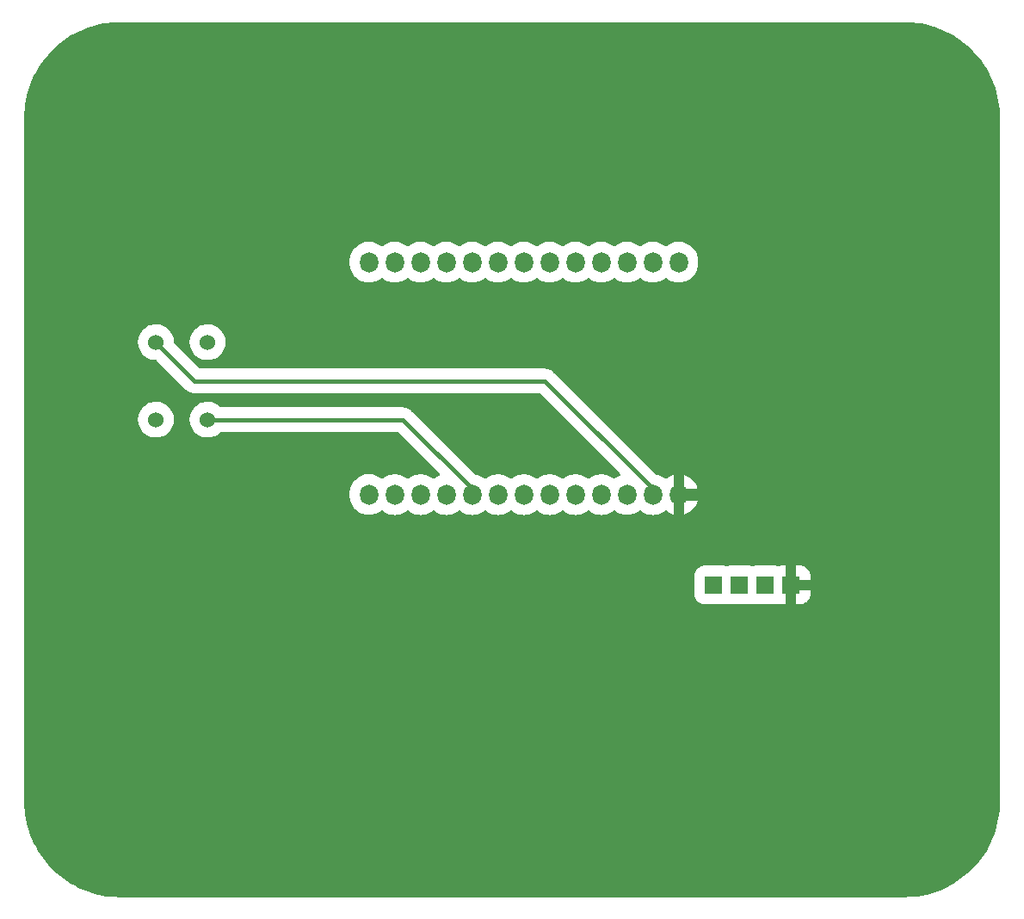
<source format=gtl>
G04 Layer: TopLayer*
G04 EasyEDA v6.5.34, 2023-10-04 09:58:22*
G04 2f879fd4b15e4f869ab7f95f132c22b4,4b518e1cc4d04e0db21987f26a906896,10*
G04 Gerber Generator version 0.2*
G04 Scale: 100 percent, Rotated: No, Reflected: No *
G04 Dimensions in millimeters *
G04 leading zeros omitted , absolute positions ,4 integer and 5 decimal *
%FSLAX45Y45*%
%MOMM*%

%ADD10C,0.4000*%
%ADD11C,1.5240*%
%ADD12O,1.7999964X1.9999959999999999*%
%ADD13R,1.7780X1.7780*%

%LPD*%
G36*
X1981606Y-2018792D02*
G01*
X1938832Y-2017826D01*
X1896770Y-2014982D01*
X1854911Y-2010257D01*
X1813255Y-2003653D01*
X1771954Y-1995170D01*
X1731111Y-1984857D01*
X1690725Y-1972716D01*
X1650949Y-1958797D01*
X1611833Y-1943100D01*
X1573428Y-1925675D01*
X1535887Y-1906524D01*
X1499260Y-1885696D01*
X1463548Y-1863293D01*
X1428902Y-1839264D01*
X1395374Y-1813712D01*
X1363014Y-1786686D01*
X1331925Y-1758238D01*
X1302156Y-1728419D01*
X1273708Y-1697329D01*
X1246682Y-1664970D01*
X1221181Y-1631391D01*
X1197152Y-1596745D01*
X1174750Y-1561033D01*
X1153972Y-1524406D01*
X1134821Y-1486814D01*
X1117396Y-1448460D01*
X1101750Y-1409344D01*
X1087831Y-1369517D01*
X1075690Y-1329182D01*
X1065428Y-1288288D01*
X1056995Y-1246987D01*
X1050391Y-1205331D01*
X1045667Y-1163472D01*
X1042873Y-1121410D01*
X1041908Y-1079093D01*
X1041908Y5651093D01*
X1042873Y5693867D01*
X1045718Y5735929D01*
X1050442Y5777788D01*
X1057046Y5819444D01*
X1065530Y5860745D01*
X1075842Y5901588D01*
X1087983Y5941974D01*
X1101902Y5981750D01*
X1117600Y6020866D01*
X1135024Y6059220D01*
X1154176Y6096762D01*
X1175004Y6133439D01*
X1197406Y6169101D01*
X1221435Y6203746D01*
X1246987Y6237274D01*
X1274013Y6269634D01*
X1302461Y6300774D01*
X1332280Y6330543D01*
X1363370Y6358991D01*
X1395730Y6385966D01*
X1429308Y6411518D01*
X1463954Y6435496D01*
X1499616Y6457950D01*
X1536293Y6478727D01*
X1573885Y6497828D01*
X1612239Y6515252D01*
X1651355Y6530949D01*
X1691182Y6544868D01*
X1731518Y6556959D01*
X1772412Y6567271D01*
X1813712Y6575704D01*
X1855317Y6582308D01*
X1897227Y6586981D01*
X1939289Y6589826D01*
X1981606Y6590792D01*
X9702393Y6590792D01*
X9745167Y6589826D01*
X9787178Y6586981D01*
X9829088Y6582257D01*
X9870694Y6575653D01*
X9911994Y6567170D01*
X9952888Y6556857D01*
X9993274Y6544716D01*
X10033050Y6530797D01*
X10072166Y6515100D01*
X10110520Y6497675D01*
X10148062Y6478524D01*
X10184739Y6457696D01*
X10220401Y6435242D01*
X10255046Y6411264D01*
X10288574Y6385712D01*
X10320934Y6358686D01*
X10352024Y6330238D01*
X10381843Y6300419D01*
X10410291Y6269329D01*
X10437266Y6236919D01*
X10462818Y6203391D01*
X10486796Y6168745D01*
X10509199Y6133033D01*
X10530027Y6096406D01*
X10549128Y6058814D01*
X10566552Y6020460D01*
X10582249Y5981293D01*
X10596168Y5941517D01*
X10608259Y5901131D01*
X10618571Y5860288D01*
X10627004Y5818987D01*
X10633608Y5777331D01*
X10638282Y5735472D01*
X10641126Y5693410D01*
X10642092Y5651093D01*
X10642092Y-1079093D01*
X10641126Y-1121867D01*
X10638282Y-1163929D01*
X10633506Y-1205788D01*
X10626902Y-1247444D01*
X10618470Y-1288745D01*
X10608157Y-1329588D01*
X10596016Y-1369974D01*
X10582097Y-1409750D01*
X10566400Y-1448866D01*
X10548924Y-1487220D01*
X10529773Y-1524812D01*
X10508996Y-1561439D01*
X10486542Y-1597152D01*
X10462514Y-1631797D01*
X10437012Y-1665325D01*
X10409986Y-1697634D01*
X10381538Y-1728774D01*
X10351719Y-1758543D01*
X10320578Y-1786991D01*
X10288219Y-1814017D01*
X10254691Y-1839518D01*
X10220045Y-1863496D01*
X10184333Y-1885950D01*
X10147655Y-1906727D01*
X10110114Y-1925878D01*
X10071709Y-1943303D01*
X10032593Y-1958949D01*
X9992817Y-1972868D01*
X9952431Y-1985010D01*
X9911588Y-1995271D01*
X9870287Y-2003704D01*
X9828631Y-2010308D01*
X9786772Y-2015032D01*
X9744710Y-2017826D01*
X9702393Y-2018792D01*
G37*

%LPC*%
G36*
X8636000Y864666D02*
G01*
X8673744Y864666D01*
X8687206Y865581D01*
X8700109Y868121D01*
X8712555Y872337D01*
X8724341Y878179D01*
X8735263Y885494D01*
X8745169Y894130D01*
X8753805Y904036D01*
X8761120Y914958D01*
X8766962Y926744D01*
X8771178Y939190D01*
X8773718Y952093D01*
X8774633Y965555D01*
X8774633Y1003300D01*
X8636000Y1003300D01*
G37*
G36*
X7734655Y864666D02*
G01*
X7911744Y864666D01*
X7925206Y865581D01*
X7938109Y868121D01*
X7946948Y871118D01*
X7950200Y871677D01*
X7953451Y871118D01*
X7962290Y868121D01*
X7975193Y865581D01*
X7988655Y864666D01*
X8165744Y864666D01*
X8179206Y865581D01*
X8192109Y868121D01*
X8200948Y871118D01*
X8204200Y871677D01*
X8207451Y871118D01*
X8216290Y868121D01*
X8229193Y865581D01*
X8242655Y864666D01*
X8419744Y864666D01*
X8433206Y865581D01*
X8446109Y868121D01*
X8454948Y871118D01*
X8458200Y871677D01*
X8461451Y871118D01*
X8470290Y868121D01*
X8483193Y865581D01*
X8496655Y864666D01*
X8534400Y864666D01*
X8534400Y1003300D01*
X8530793Y1003300D01*
X8526881Y1004062D01*
X8523579Y1006297D01*
X8521395Y1009548D01*
X8520633Y1013460D01*
X8520633Y1094740D01*
X8521395Y1098651D01*
X8523579Y1101902D01*
X8526881Y1104138D01*
X8530793Y1104900D01*
X8534400Y1104900D01*
X8534400Y1243482D01*
X8496655Y1243482D01*
X8483193Y1242618D01*
X8470290Y1240078D01*
X8461451Y1237081D01*
X8458200Y1236522D01*
X8454948Y1237081D01*
X8446109Y1240078D01*
X8433206Y1242618D01*
X8419744Y1243482D01*
X8242655Y1243482D01*
X8229193Y1242618D01*
X8216290Y1240078D01*
X8207451Y1237081D01*
X8204200Y1236522D01*
X8200948Y1237081D01*
X8192109Y1240078D01*
X8179206Y1242618D01*
X8165744Y1243482D01*
X7988655Y1243482D01*
X7975193Y1242618D01*
X7962290Y1240078D01*
X7953451Y1237081D01*
X7950200Y1236522D01*
X7946948Y1237081D01*
X7938109Y1240078D01*
X7925206Y1242618D01*
X7911744Y1243482D01*
X7734655Y1243482D01*
X7721193Y1242618D01*
X7708290Y1240078D01*
X7695844Y1235811D01*
X7684058Y1230020D01*
X7673136Y1222705D01*
X7663230Y1214069D01*
X7654594Y1204163D01*
X7647279Y1193241D01*
X7641488Y1181455D01*
X7637221Y1169009D01*
X7634681Y1156106D01*
X7633817Y1142644D01*
X7633817Y965555D01*
X7634681Y952093D01*
X7637221Y939190D01*
X7641488Y926744D01*
X7647279Y914958D01*
X7654594Y904036D01*
X7663230Y894130D01*
X7673136Y885494D01*
X7684058Y878179D01*
X7695844Y872337D01*
X7708290Y868121D01*
X7721193Y865581D01*
G37*
G36*
X8636000Y1104900D02*
G01*
X8774633Y1104900D01*
X8774633Y1142644D01*
X8773718Y1156106D01*
X8771178Y1169009D01*
X8766962Y1181455D01*
X8761120Y1193241D01*
X8753805Y1204163D01*
X8745169Y1214069D01*
X8735263Y1222705D01*
X8724341Y1230020D01*
X8712555Y1235811D01*
X8700109Y1240078D01*
X8687206Y1242618D01*
X8673744Y1243482D01*
X8636000Y1243482D01*
G37*
G36*
X4686300Y1740712D02*
G01*
X4704994Y1741627D01*
X4723485Y1744370D01*
X4741621Y1748891D01*
X4759198Y1755190D01*
X4776114Y1763217D01*
X4792116Y1772818D01*
X4807254Y1783994D01*
X4811166Y1785772D01*
X4815433Y1785772D01*
X4819345Y1783994D01*
X4834483Y1772818D01*
X4850485Y1763217D01*
X4867402Y1755190D01*
X4884978Y1748891D01*
X4903114Y1744370D01*
X4921605Y1741627D01*
X4940300Y1740712D01*
X4958994Y1741627D01*
X4977485Y1744370D01*
X4995570Y1748891D01*
X5013198Y1755190D01*
X5030114Y1763217D01*
X5046116Y1772818D01*
X5061254Y1783994D01*
X5065166Y1785772D01*
X5069433Y1785772D01*
X5073345Y1783994D01*
X5088483Y1772818D01*
X5104485Y1763217D01*
X5121402Y1755190D01*
X5138978Y1748891D01*
X5157114Y1744370D01*
X5175605Y1741627D01*
X5194300Y1740712D01*
X5212994Y1741627D01*
X5231485Y1744370D01*
X5249570Y1748891D01*
X5267198Y1755190D01*
X5284114Y1763217D01*
X5300116Y1772818D01*
X5315254Y1783994D01*
X5319166Y1785772D01*
X5323433Y1785772D01*
X5327345Y1783994D01*
X5342483Y1772818D01*
X5358485Y1763217D01*
X5375402Y1755190D01*
X5392978Y1748891D01*
X5411114Y1744370D01*
X5429605Y1741627D01*
X5448300Y1740712D01*
X5466994Y1741627D01*
X5485485Y1744370D01*
X5503570Y1748891D01*
X5521198Y1755190D01*
X5538114Y1763217D01*
X5554116Y1772818D01*
X5569254Y1783994D01*
X5573166Y1785772D01*
X5577433Y1785772D01*
X5581345Y1783994D01*
X5596483Y1772818D01*
X5612485Y1763217D01*
X5629402Y1755190D01*
X5646978Y1748891D01*
X5665114Y1744370D01*
X5683605Y1741627D01*
X5702300Y1740712D01*
X5720943Y1741627D01*
X5739434Y1744370D01*
X5757570Y1748891D01*
X5775198Y1755190D01*
X5792114Y1763217D01*
X5808116Y1772818D01*
X5823254Y1783994D01*
X5827166Y1785772D01*
X5831433Y1785772D01*
X5835345Y1783994D01*
X5850483Y1772818D01*
X5866485Y1763217D01*
X5883402Y1755190D01*
X5900978Y1748891D01*
X5919114Y1744370D01*
X5937605Y1741627D01*
X5956300Y1740712D01*
X5974943Y1741627D01*
X5993434Y1744370D01*
X6011570Y1748891D01*
X6029198Y1755190D01*
X6046114Y1763217D01*
X6062116Y1772818D01*
X6077254Y1783994D01*
X6081166Y1785772D01*
X6085433Y1785772D01*
X6089345Y1783994D01*
X6104483Y1772818D01*
X6120485Y1763217D01*
X6137402Y1755190D01*
X6154978Y1748891D01*
X6173114Y1744370D01*
X6191605Y1741627D01*
X6210300Y1740712D01*
X6228943Y1741627D01*
X6247434Y1744370D01*
X6265570Y1748891D01*
X6283198Y1755190D01*
X6300114Y1763217D01*
X6316116Y1772818D01*
X6331254Y1783994D01*
X6335166Y1785772D01*
X6339433Y1785772D01*
X6343345Y1783994D01*
X6358483Y1772818D01*
X6374485Y1763217D01*
X6391402Y1755190D01*
X6408978Y1748891D01*
X6427114Y1744370D01*
X6445605Y1741627D01*
X6464300Y1740712D01*
X6482943Y1741627D01*
X6501434Y1744370D01*
X6519570Y1748891D01*
X6537198Y1755190D01*
X6554114Y1763217D01*
X6570116Y1772818D01*
X6585254Y1783994D01*
X6589166Y1785772D01*
X6593433Y1785772D01*
X6597345Y1783994D01*
X6612483Y1772818D01*
X6628485Y1763217D01*
X6645402Y1755190D01*
X6662978Y1748891D01*
X6681114Y1744370D01*
X6699605Y1741627D01*
X6718300Y1740712D01*
X6736943Y1741627D01*
X6755434Y1744370D01*
X6773570Y1748891D01*
X6791198Y1755190D01*
X6808114Y1763217D01*
X6824116Y1772818D01*
X6839661Y1784400D01*
X6842607Y1786280D01*
X6845960Y1787042D01*
X6849414Y1786585D01*
X6852513Y1785061D01*
X6866483Y1774698D01*
X6882485Y1765096D01*
X6899402Y1757121D01*
X6916978Y1750822D01*
X6935114Y1746250D01*
X6953605Y1743506D01*
X6972300Y1742592D01*
X6990994Y1743506D01*
X7009485Y1746250D01*
X7027570Y1750822D01*
X7045198Y1757121D01*
X7062114Y1765096D01*
X7078116Y1774698D01*
X7092035Y1785061D01*
X7095134Y1786585D01*
X7098588Y1787042D01*
X7101992Y1786280D01*
X7105446Y1783943D01*
X7120483Y1772818D01*
X7136485Y1763217D01*
X7153402Y1755190D01*
X7170978Y1748891D01*
X7189114Y1744370D01*
X7207605Y1741627D01*
X7226300Y1740712D01*
X7244943Y1741627D01*
X7263434Y1744370D01*
X7281570Y1748891D01*
X7299198Y1755190D01*
X7316114Y1763217D01*
X7332116Y1772818D01*
X7347254Y1783994D01*
X7351166Y1785772D01*
X7355433Y1785772D01*
X7359345Y1783994D01*
X7374483Y1772818D01*
X7390485Y1763217D01*
X7407402Y1755190D01*
X7424978Y1748891D01*
X7428941Y1747926D01*
X7428941Y1884832D01*
X7423556Y1884832D01*
X7419289Y1885746D01*
X7415834Y1888388D01*
X7413802Y1892198D01*
X7413498Y1896516D01*
X7415885Y1912518D01*
X7416800Y1931466D01*
X7416800Y1950923D01*
X7415885Y1969871D01*
X7413498Y1985873D01*
X7413802Y1990191D01*
X7415834Y1994001D01*
X7419289Y1996643D01*
X7423556Y1997557D01*
X7428941Y1997557D01*
X7428941Y2134463D01*
X7424978Y2133498D01*
X7407402Y2127199D01*
X7390485Y2119172D01*
X7374483Y2109571D01*
X7359345Y2098395D01*
X7355433Y2096617D01*
X7351166Y2096617D01*
X7347254Y2098395D01*
X7332116Y2109571D01*
X7316114Y2119172D01*
X7299198Y2127199D01*
X7281570Y2133498D01*
X7263434Y2138019D01*
X7259320Y2138629D01*
X7256272Y2139594D01*
X7253630Y2141524D01*
X6249365Y3145790D01*
X6243929Y3150920D01*
X6238341Y3155543D01*
X6232499Y3159861D01*
X6226352Y3163824D01*
X6220002Y3167380D01*
X6213500Y3170580D01*
X6206744Y3173374D01*
X6199886Y3175762D01*
X6192875Y3177692D01*
X6185763Y3179216D01*
X6178550Y3180334D01*
X6171285Y3180994D01*
X6163868Y3181197D01*
X2771902Y3181197D01*
X2768041Y3181959D01*
X2764739Y3184194D01*
X2516378Y3432556D01*
X2514092Y3436061D01*
X2513482Y3441700D01*
X2512568Y3459886D01*
X2509774Y3477818D01*
X2505100Y3495446D01*
X2498699Y3512464D01*
X2490571Y3528720D01*
X2480818Y3544062D01*
X2469540Y3558336D01*
X2456840Y3571392D01*
X2442870Y3583025D01*
X2427782Y3593185D01*
X2411679Y3601720D01*
X2394864Y3608578D01*
X2377389Y3613658D01*
X2359507Y3616909D01*
X2341372Y3618331D01*
X2323185Y3617874D01*
X2305100Y3615537D01*
X2287422Y3611372D01*
X2270252Y3605377D01*
X2253742Y3597656D01*
X2238146Y3588308D01*
X2223617Y3577386D01*
X2210257Y3565042D01*
X2198268Y3551377D01*
X2187702Y3536543D01*
X2178761Y3520694D01*
X2171446Y3504031D01*
X2165908Y3486708D01*
X2162200Y3468878D01*
X2160320Y3450793D01*
X2160320Y3432606D01*
X2162200Y3414522D01*
X2165908Y3396691D01*
X2171446Y3379368D01*
X2178761Y3362706D01*
X2187702Y3346856D01*
X2198268Y3332022D01*
X2210257Y3318357D01*
X2223617Y3306013D01*
X2238146Y3295091D01*
X2253742Y3285744D01*
X2270252Y3278022D01*
X2287422Y3272028D01*
X2305100Y3267862D01*
X2323185Y3265525D01*
X2338984Y3265119D01*
X2342743Y3264306D01*
X2345944Y3262172D01*
X2632456Y2975610D01*
X2637891Y2970479D01*
X2643479Y2965856D01*
X2649321Y2961538D01*
X2655468Y2957576D01*
X2661818Y2954020D01*
X2668320Y2950819D01*
X2675077Y2948025D01*
X2681935Y2945638D01*
X2688945Y2943707D01*
X2696057Y2942183D01*
X2703271Y2941066D01*
X2710535Y2940405D01*
X2717952Y2940202D01*
X6109919Y2940202D01*
X6113780Y2939440D01*
X6117082Y2937205D01*
X6907072Y2147214D01*
X6909308Y2143861D01*
X6910019Y2139848D01*
X6909155Y2135886D01*
X6906768Y2132584D01*
X6903313Y2130501D01*
X6899402Y2129078D01*
X6882485Y2121103D01*
X6866483Y2111502D01*
X6850938Y2099868D01*
X6847992Y2098040D01*
X6844588Y2097278D01*
X6841185Y2097684D01*
X6838035Y2099259D01*
X6824116Y2109571D01*
X6808114Y2119172D01*
X6791198Y2127199D01*
X6773570Y2133498D01*
X6755434Y2138019D01*
X6736943Y2140762D01*
X6718300Y2141677D01*
X6699605Y2140762D01*
X6681114Y2138019D01*
X6662978Y2133498D01*
X6645402Y2127199D01*
X6628485Y2119172D01*
X6612483Y2109571D01*
X6597345Y2098395D01*
X6593433Y2096617D01*
X6589166Y2096617D01*
X6585254Y2098395D01*
X6570116Y2109571D01*
X6554114Y2119172D01*
X6537198Y2127199D01*
X6519570Y2133498D01*
X6501434Y2138019D01*
X6482943Y2140762D01*
X6464300Y2141677D01*
X6445605Y2140762D01*
X6427114Y2138019D01*
X6408978Y2133498D01*
X6391402Y2127199D01*
X6374485Y2119172D01*
X6358483Y2109571D01*
X6343345Y2098395D01*
X6339433Y2096617D01*
X6335166Y2096617D01*
X6331254Y2098395D01*
X6316116Y2109571D01*
X6300114Y2119172D01*
X6283198Y2127199D01*
X6265570Y2133498D01*
X6247434Y2138019D01*
X6228943Y2140762D01*
X6210300Y2141677D01*
X6191605Y2140762D01*
X6173114Y2138019D01*
X6154978Y2133498D01*
X6137402Y2127199D01*
X6120485Y2119172D01*
X6104483Y2109571D01*
X6089345Y2098395D01*
X6085433Y2096617D01*
X6081166Y2096617D01*
X6077254Y2098395D01*
X6062116Y2109571D01*
X6046114Y2119172D01*
X6029198Y2127199D01*
X6011570Y2133498D01*
X5993434Y2138019D01*
X5974943Y2140762D01*
X5956300Y2141677D01*
X5937605Y2140762D01*
X5919114Y2138019D01*
X5900978Y2133498D01*
X5883402Y2127199D01*
X5866485Y2119172D01*
X5850483Y2109571D01*
X5835345Y2098395D01*
X5831433Y2096617D01*
X5827166Y2096617D01*
X5823254Y2098395D01*
X5808116Y2109571D01*
X5792114Y2119172D01*
X5775198Y2127199D01*
X5757570Y2133498D01*
X5739434Y2138019D01*
X5720943Y2140762D01*
X5702300Y2141677D01*
X5683605Y2140762D01*
X5665114Y2138019D01*
X5646978Y2133498D01*
X5629402Y2127199D01*
X5612485Y2119172D01*
X5596483Y2109571D01*
X5581345Y2098395D01*
X5577433Y2096617D01*
X5573166Y2096617D01*
X5569254Y2098395D01*
X5554116Y2109571D01*
X5538114Y2119172D01*
X5521198Y2127199D01*
X5503570Y2133498D01*
X5485485Y2138019D01*
X5479338Y2138934D01*
X5476290Y2139899D01*
X5473649Y2141778D01*
X4850688Y2764790D01*
X4845253Y2769920D01*
X4839665Y2774543D01*
X4833823Y2778861D01*
X4827676Y2782824D01*
X4821326Y2786380D01*
X4814824Y2789580D01*
X4808067Y2792374D01*
X4801209Y2794762D01*
X4794199Y2796692D01*
X4787087Y2798216D01*
X4779873Y2799334D01*
X4772609Y2799994D01*
X4765192Y2800197D01*
X2978048Y2800197D01*
X2974086Y2801010D01*
X2970784Y2803296D01*
X2964840Y2809392D01*
X2950870Y2821025D01*
X2935782Y2831185D01*
X2919679Y2839720D01*
X2902864Y2846578D01*
X2885389Y2851658D01*
X2867507Y2854909D01*
X2849372Y2856331D01*
X2831185Y2855874D01*
X2813100Y2853537D01*
X2795422Y2849372D01*
X2778252Y2843377D01*
X2761742Y2835656D01*
X2746146Y2826308D01*
X2731617Y2815386D01*
X2718257Y2803042D01*
X2706268Y2789377D01*
X2695702Y2774543D01*
X2686761Y2758694D01*
X2679446Y2742031D01*
X2673908Y2724708D01*
X2670200Y2706878D01*
X2668320Y2688793D01*
X2668320Y2670606D01*
X2670200Y2652522D01*
X2673908Y2634691D01*
X2679446Y2617368D01*
X2686761Y2600706D01*
X2695702Y2584856D01*
X2706268Y2570022D01*
X2718257Y2556357D01*
X2731617Y2544013D01*
X2746146Y2533091D01*
X2761742Y2523744D01*
X2778252Y2516022D01*
X2795422Y2510028D01*
X2813100Y2505862D01*
X2831185Y2503525D01*
X2849372Y2503068D01*
X2867507Y2504490D01*
X2885389Y2507742D01*
X2902864Y2512822D01*
X2919679Y2519680D01*
X2935782Y2528214D01*
X2950870Y2538374D01*
X2964840Y2550007D01*
X2970784Y2556103D01*
X2974086Y2558389D01*
X2978048Y2559202D01*
X4711242Y2559202D01*
X4715103Y2558440D01*
X4718405Y2556205D01*
X5129225Y2145385D01*
X5131460Y2141982D01*
X5132222Y2138019D01*
X5131308Y2134057D01*
X5128920Y2130755D01*
X5125466Y2128621D01*
X5121402Y2127199D01*
X5104485Y2119172D01*
X5088483Y2109571D01*
X5073345Y2098395D01*
X5069433Y2096617D01*
X5065166Y2096617D01*
X5061254Y2098395D01*
X5046116Y2109571D01*
X5030114Y2119172D01*
X5013198Y2127199D01*
X4995570Y2133498D01*
X4977485Y2138019D01*
X4958994Y2140762D01*
X4940300Y2141677D01*
X4921605Y2140762D01*
X4903114Y2138019D01*
X4884978Y2133498D01*
X4867402Y2127199D01*
X4850485Y2119172D01*
X4834483Y2109571D01*
X4819345Y2098395D01*
X4815433Y2096617D01*
X4811166Y2096617D01*
X4807254Y2098395D01*
X4792116Y2109571D01*
X4776114Y2119172D01*
X4759198Y2127199D01*
X4741621Y2133498D01*
X4723485Y2138019D01*
X4704994Y2140762D01*
X4686300Y2141677D01*
X4667605Y2140762D01*
X4649114Y2138019D01*
X4630978Y2133498D01*
X4613402Y2127199D01*
X4596485Y2119172D01*
X4580483Y2109571D01*
X4566513Y2099259D01*
X4563414Y2097684D01*
X4560011Y2097278D01*
X4556607Y2098040D01*
X4553153Y2100376D01*
X4538116Y2111502D01*
X4522114Y2121103D01*
X4505198Y2129078D01*
X4487621Y2135378D01*
X4469485Y2139950D01*
X4450994Y2142693D01*
X4432300Y2143607D01*
X4413605Y2142693D01*
X4395114Y2139950D01*
X4376978Y2135378D01*
X4359402Y2129078D01*
X4342485Y2121103D01*
X4326483Y2111502D01*
X4311446Y2100376D01*
X4297578Y2087778D01*
X4285030Y2073960D01*
X4273905Y2058924D01*
X4264304Y2042922D01*
X4256328Y2026005D01*
X4250029Y2008378D01*
X4245457Y1990242D01*
X4242714Y1971751D01*
X4241800Y1952853D01*
X4241800Y1933346D01*
X4242714Y1914448D01*
X4245457Y1895957D01*
X4250029Y1877822D01*
X4256328Y1860194D01*
X4264304Y1843278D01*
X4273905Y1827275D01*
X4285030Y1812239D01*
X4297578Y1798421D01*
X4311446Y1785823D01*
X4326483Y1774698D01*
X4342485Y1765096D01*
X4359402Y1757121D01*
X4376978Y1750822D01*
X4395114Y1746250D01*
X4413605Y1743506D01*
X4432300Y1742592D01*
X4450994Y1743506D01*
X4469485Y1746250D01*
X4487621Y1750822D01*
X4505198Y1757121D01*
X4522114Y1765096D01*
X4538116Y1774698D01*
X4552086Y1785061D01*
X4555185Y1786585D01*
X4558588Y1787042D01*
X4561992Y1786280D01*
X4565446Y1783943D01*
X4580483Y1772818D01*
X4596485Y1763217D01*
X4613402Y1755190D01*
X4630978Y1748891D01*
X4649114Y1744370D01*
X4667605Y1741627D01*
G37*
G36*
X7531658Y1747926D02*
G01*
X7535570Y1748891D01*
X7553198Y1755190D01*
X7570114Y1763217D01*
X7586116Y1772818D01*
X7601153Y1783943D01*
X7614970Y1796491D01*
X7627569Y1810359D01*
X7638694Y1825345D01*
X7648295Y1841398D01*
X7656271Y1858314D01*
X7662570Y1875891D01*
X7664805Y1884832D01*
X7531658Y1884832D01*
G37*
G36*
X7531658Y1997557D02*
G01*
X7664805Y1997557D01*
X7662570Y2006498D01*
X7656271Y2024075D01*
X7648295Y2040991D01*
X7638694Y2057044D01*
X7627569Y2072030D01*
X7614970Y2085898D01*
X7601153Y2098446D01*
X7586116Y2109571D01*
X7570114Y2119172D01*
X7553198Y2127199D01*
X7535570Y2133498D01*
X7531658Y2134463D01*
G37*
G36*
X2341372Y2503068D02*
G01*
X2359507Y2504490D01*
X2377389Y2507742D01*
X2394864Y2512822D01*
X2411679Y2519680D01*
X2427782Y2528214D01*
X2442870Y2538374D01*
X2456840Y2550007D01*
X2469540Y2563063D01*
X2480818Y2577338D01*
X2490571Y2592679D01*
X2498699Y2608935D01*
X2505100Y2625953D01*
X2509774Y2643581D01*
X2512568Y2661513D01*
X2513482Y2679700D01*
X2512568Y2697886D01*
X2509774Y2715818D01*
X2505100Y2733446D01*
X2498699Y2750464D01*
X2490571Y2766720D01*
X2480818Y2782062D01*
X2469540Y2796336D01*
X2456840Y2809392D01*
X2442870Y2821025D01*
X2427782Y2831185D01*
X2411679Y2839720D01*
X2394864Y2846578D01*
X2377389Y2851658D01*
X2359507Y2854909D01*
X2341372Y2856331D01*
X2323185Y2855874D01*
X2305100Y2853537D01*
X2287422Y2849372D01*
X2270252Y2843377D01*
X2253742Y2835656D01*
X2238146Y2826308D01*
X2223617Y2815386D01*
X2210257Y2803042D01*
X2198268Y2789377D01*
X2187702Y2774543D01*
X2178761Y2758694D01*
X2171446Y2742031D01*
X2165908Y2724708D01*
X2162200Y2706878D01*
X2160320Y2688793D01*
X2160320Y2670606D01*
X2162200Y2652522D01*
X2165908Y2634691D01*
X2171446Y2617368D01*
X2178761Y2600706D01*
X2187702Y2584856D01*
X2198268Y2570022D01*
X2210257Y2556357D01*
X2223617Y2544013D01*
X2238146Y2533091D01*
X2253742Y2523744D01*
X2270252Y2516022D01*
X2287422Y2510028D01*
X2305100Y2505862D01*
X2323185Y2503525D01*
G37*
G36*
X2849372Y3265068D02*
G01*
X2867507Y3266490D01*
X2885389Y3269742D01*
X2902864Y3274822D01*
X2919679Y3281679D01*
X2935782Y3290214D01*
X2950870Y3300374D01*
X2964840Y3312007D01*
X2977540Y3325063D01*
X2988818Y3339337D01*
X2998571Y3354679D01*
X3006699Y3370935D01*
X3013100Y3387953D01*
X3017774Y3405581D01*
X3020568Y3423513D01*
X3021482Y3441700D01*
X3020568Y3459886D01*
X3017774Y3477818D01*
X3013100Y3495446D01*
X3006699Y3512464D01*
X2998571Y3528720D01*
X2988818Y3544062D01*
X2977540Y3558336D01*
X2964840Y3571392D01*
X2950870Y3583025D01*
X2935782Y3593185D01*
X2919679Y3601720D01*
X2902864Y3608578D01*
X2885389Y3613658D01*
X2867507Y3616909D01*
X2849372Y3618331D01*
X2831185Y3617874D01*
X2813100Y3615537D01*
X2795422Y3611372D01*
X2778252Y3605377D01*
X2761742Y3597656D01*
X2746146Y3588308D01*
X2731617Y3577386D01*
X2718257Y3565042D01*
X2706268Y3551377D01*
X2695702Y3536543D01*
X2686761Y3520694D01*
X2679446Y3504031D01*
X2673908Y3486708D01*
X2670200Y3468878D01*
X2668320Y3450793D01*
X2668320Y3432606D01*
X2670200Y3414522D01*
X2673908Y3396691D01*
X2679446Y3379368D01*
X2686761Y3362706D01*
X2695702Y3346856D01*
X2706268Y3332022D01*
X2718257Y3318357D01*
X2731617Y3306013D01*
X2746146Y3295091D01*
X2761742Y3285744D01*
X2778252Y3278022D01*
X2795422Y3272028D01*
X2813100Y3267862D01*
X2831185Y3265525D01*
G37*
G36*
X4432300Y4028592D02*
G01*
X4450994Y4029506D01*
X4469485Y4032250D01*
X4487621Y4036822D01*
X4505198Y4043121D01*
X4522114Y4051096D01*
X4538116Y4060698D01*
X4553254Y4071924D01*
X4557166Y4073702D01*
X4561433Y4073702D01*
X4565345Y4071924D01*
X4580483Y4060698D01*
X4596485Y4051096D01*
X4613402Y4043121D01*
X4630978Y4036822D01*
X4649114Y4032250D01*
X4667605Y4029506D01*
X4686300Y4028592D01*
X4704994Y4029506D01*
X4723485Y4032250D01*
X4741621Y4036822D01*
X4759198Y4043121D01*
X4776114Y4051096D01*
X4792116Y4060698D01*
X4807254Y4071924D01*
X4811166Y4073702D01*
X4815433Y4073702D01*
X4819345Y4071924D01*
X4834483Y4060698D01*
X4850485Y4051096D01*
X4867402Y4043121D01*
X4884978Y4036822D01*
X4903114Y4032250D01*
X4921605Y4029506D01*
X4940300Y4028592D01*
X4958994Y4029506D01*
X4977485Y4032250D01*
X4995570Y4036822D01*
X5013198Y4043121D01*
X5030114Y4051096D01*
X5046116Y4060698D01*
X5061254Y4071924D01*
X5065166Y4073702D01*
X5069433Y4073702D01*
X5073345Y4071924D01*
X5088483Y4060698D01*
X5104485Y4051096D01*
X5121402Y4043121D01*
X5138978Y4036822D01*
X5157114Y4032250D01*
X5175605Y4029506D01*
X5194300Y4028592D01*
X5212994Y4029506D01*
X5231485Y4032250D01*
X5249570Y4036822D01*
X5267198Y4043121D01*
X5284114Y4051096D01*
X5300116Y4060698D01*
X5315254Y4071924D01*
X5319166Y4073702D01*
X5323433Y4073702D01*
X5327345Y4071924D01*
X5342483Y4060698D01*
X5358485Y4051096D01*
X5375402Y4043121D01*
X5392978Y4036822D01*
X5411114Y4032250D01*
X5429605Y4029506D01*
X5448300Y4028592D01*
X5466994Y4029506D01*
X5485485Y4032250D01*
X5503570Y4036822D01*
X5521198Y4043121D01*
X5538114Y4051096D01*
X5554116Y4060698D01*
X5569254Y4071924D01*
X5573166Y4073702D01*
X5577433Y4073702D01*
X5581345Y4071924D01*
X5596483Y4060698D01*
X5612485Y4051096D01*
X5629402Y4043121D01*
X5646978Y4036822D01*
X5665114Y4032250D01*
X5683605Y4029506D01*
X5702300Y4028592D01*
X5720943Y4029506D01*
X5739434Y4032250D01*
X5757570Y4036822D01*
X5775198Y4043121D01*
X5792114Y4051096D01*
X5808116Y4060698D01*
X5823254Y4071924D01*
X5827166Y4073702D01*
X5831433Y4073702D01*
X5835345Y4071924D01*
X5850483Y4060698D01*
X5866485Y4051096D01*
X5883402Y4043121D01*
X5900978Y4036822D01*
X5919114Y4032250D01*
X5937605Y4029506D01*
X5956300Y4028592D01*
X5974943Y4029506D01*
X5993434Y4032250D01*
X6011570Y4036822D01*
X6029198Y4043121D01*
X6046114Y4051096D01*
X6062116Y4060698D01*
X6077254Y4071924D01*
X6081166Y4073702D01*
X6085433Y4073702D01*
X6089345Y4071924D01*
X6104483Y4060698D01*
X6120485Y4051096D01*
X6137402Y4043121D01*
X6154978Y4036822D01*
X6173114Y4032250D01*
X6191605Y4029506D01*
X6210300Y4028592D01*
X6228943Y4029506D01*
X6247434Y4032250D01*
X6265570Y4036822D01*
X6283198Y4043121D01*
X6300114Y4051096D01*
X6316116Y4060698D01*
X6331254Y4071924D01*
X6335166Y4073702D01*
X6339433Y4073702D01*
X6343345Y4071924D01*
X6358483Y4060698D01*
X6374485Y4051096D01*
X6391402Y4043121D01*
X6408978Y4036822D01*
X6427114Y4032250D01*
X6445605Y4029506D01*
X6464300Y4028592D01*
X6482943Y4029506D01*
X6501434Y4032250D01*
X6519570Y4036822D01*
X6537198Y4043121D01*
X6554114Y4051096D01*
X6570116Y4060698D01*
X6585254Y4071924D01*
X6589166Y4073702D01*
X6593433Y4073702D01*
X6597345Y4071924D01*
X6612483Y4060698D01*
X6628485Y4051096D01*
X6645402Y4043121D01*
X6662978Y4036822D01*
X6681114Y4032250D01*
X6699605Y4029506D01*
X6718300Y4028592D01*
X6736943Y4029506D01*
X6755434Y4032250D01*
X6773570Y4036822D01*
X6791198Y4043121D01*
X6808114Y4051096D01*
X6824116Y4060698D01*
X6839254Y4071924D01*
X6843166Y4073702D01*
X6847433Y4073702D01*
X6851345Y4071924D01*
X6866483Y4060698D01*
X6882485Y4051096D01*
X6899402Y4043121D01*
X6916978Y4036822D01*
X6935114Y4032250D01*
X6953605Y4029506D01*
X6972300Y4028592D01*
X6990943Y4029506D01*
X7009434Y4032250D01*
X7027570Y4036822D01*
X7045198Y4043121D01*
X7062114Y4051096D01*
X7078116Y4060698D01*
X7093254Y4071924D01*
X7097166Y4073702D01*
X7101433Y4073702D01*
X7105345Y4071924D01*
X7120483Y4060698D01*
X7136485Y4051096D01*
X7153402Y4043121D01*
X7170978Y4036822D01*
X7189114Y4032250D01*
X7207605Y4029506D01*
X7226300Y4028592D01*
X7244943Y4029506D01*
X7263434Y4032250D01*
X7281570Y4036822D01*
X7299198Y4043121D01*
X7316114Y4051096D01*
X7332116Y4060698D01*
X7347254Y4071924D01*
X7351166Y4073702D01*
X7355433Y4073702D01*
X7359345Y4071924D01*
X7374483Y4060698D01*
X7390485Y4051096D01*
X7407402Y4043121D01*
X7424978Y4036822D01*
X7443114Y4032250D01*
X7461605Y4029506D01*
X7480300Y4028592D01*
X7498943Y4029506D01*
X7517434Y4032250D01*
X7535570Y4036822D01*
X7553198Y4043121D01*
X7570114Y4051096D01*
X7586116Y4060698D01*
X7601153Y4071823D01*
X7614970Y4084370D01*
X7627569Y4098239D01*
X7638694Y4113276D01*
X7648295Y4129278D01*
X7656271Y4146194D01*
X7662570Y4163822D01*
X7667142Y4181906D01*
X7669885Y4200398D01*
X7670800Y4219346D01*
X7670800Y4238853D01*
X7669885Y4257751D01*
X7667142Y4276242D01*
X7662570Y4294378D01*
X7656271Y4312005D01*
X7648295Y4328871D01*
X7638694Y4344924D01*
X7627569Y4359960D01*
X7614970Y4373778D01*
X7601153Y4386326D01*
X7586116Y4397502D01*
X7570114Y4407103D01*
X7553198Y4415078D01*
X7535570Y4421378D01*
X7517434Y4425950D01*
X7498943Y4428693D01*
X7480300Y4429607D01*
X7461605Y4428693D01*
X7443114Y4425950D01*
X7424978Y4421378D01*
X7407402Y4415078D01*
X7390485Y4407103D01*
X7374483Y4397502D01*
X7359345Y4386275D01*
X7355433Y4384497D01*
X7351166Y4384497D01*
X7347254Y4386275D01*
X7332116Y4397502D01*
X7316114Y4407103D01*
X7299198Y4415078D01*
X7281570Y4421378D01*
X7263434Y4425950D01*
X7244943Y4428693D01*
X7226300Y4429607D01*
X7207605Y4428693D01*
X7189114Y4425950D01*
X7170978Y4421378D01*
X7153402Y4415078D01*
X7136485Y4407103D01*
X7120483Y4397502D01*
X7105345Y4386275D01*
X7101433Y4384497D01*
X7097166Y4384497D01*
X7093254Y4386275D01*
X7078116Y4397502D01*
X7062114Y4407103D01*
X7045198Y4415078D01*
X7027570Y4421378D01*
X7009434Y4425950D01*
X6990943Y4428693D01*
X6972300Y4429607D01*
X6953605Y4428693D01*
X6935114Y4425950D01*
X6916978Y4421378D01*
X6899402Y4415078D01*
X6882485Y4407103D01*
X6866483Y4397502D01*
X6851345Y4386275D01*
X6847433Y4384497D01*
X6843166Y4384497D01*
X6839254Y4386275D01*
X6824116Y4397502D01*
X6808114Y4407103D01*
X6791198Y4415078D01*
X6773570Y4421378D01*
X6755434Y4425950D01*
X6736943Y4428693D01*
X6718300Y4429607D01*
X6699605Y4428693D01*
X6681114Y4425950D01*
X6662978Y4421378D01*
X6645402Y4415078D01*
X6628485Y4407103D01*
X6612483Y4397502D01*
X6597345Y4386275D01*
X6593433Y4384497D01*
X6589166Y4384497D01*
X6585254Y4386275D01*
X6570116Y4397502D01*
X6554114Y4407103D01*
X6537198Y4415078D01*
X6519570Y4421378D01*
X6501434Y4425950D01*
X6482943Y4428693D01*
X6464300Y4429607D01*
X6445605Y4428693D01*
X6427114Y4425950D01*
X6408978Y4421378D01*
X6391402Y4415078D01*
X6374485Y4407103D01*
X6358483Y4397502D01*
X6343345Y4386275D01*
X6339433Y4384497D01*
X6335166Y4384497D01*
X6331254Y4386275D01*
X6316116Y4397502D01*
X6300114Y4407103D01*
X6283198Y4415078D01*
X6265570Y4421378D01*
X6247434Y4425950D01*
X6228943Y4428693D01*
X6210300Y4429607D01*
X6191605Y4428693D01*
X6173114Y4425950D01*
X6154978Y4421378D01*
X6137402Y4415078D01*
X6120485Y4407103D01*
X6104483Y4397502D01*
X6089345Y4386275D01*
X6085433Y4384497D01*
X6081166Y4384497D01*
X6077254Y4386275D01*
X6062116Y4397502D01*
X6046114Y4407103D01*
X6029198Y4415078D01*
X6011570Y4421378D01*
X5993434Y4425950D01*
X5974943Y4428693D01*
X5956300Y4429607D01*
X5937605Y4428693D01*
X5919114Y4425950D01*
X5900978Y4421378D01*
X5883402Y4415078D01*
X5866485Y4407103D01*
X5850483Y4397502D01*
X5835345Y4386275D01*
X5831433Y4384497D01*
X5827166Y4384497D01*
X5823254Y4386275D01*
X5808116Y4397502D01*
X5792114Y4407103D01*
X5775198Y4415078D01*
X5757570Y4421378D01*
X5739434Y4425950D01*
X5720943Y4428693D01*
X5702300Y4429607D01*
X5683605Y4428693D01*
X5665114Y4425950D01*
X5646978Y4421378D01*
X5629402Y4415078D01*
X5612485Y4407103D01*
X5596483Y4397502D01*
X5581345Y4386275D01*
X5577433Y4384497D01*
X5573166Y4384497D01*
X5569254Y4386275D01*
X5554116Y4397502D01*
X5538114Y4407103D01*
X5521198Y4415078D01*
X5503570Y4421378D01*
X5485485Y4425950D01*
X5466994Y4428693D01*
X5448300Y4429607D01*
X5429605Y4428693D01*
X5411114Y4425950D01*
X5392978Y4421378D01*
X5375402Y4415078D01*
X5358485Y4407103D01*
X5342483Y4397502D01*
X5327345Y4386275D01*
X5323433Y4384497D01*
X5319166Y4384497D01*
X5315254Y4386275D01*
X5300116Y4397502D01*
X5284114Y4407103D01*
X5267198Y4415078D01*
X5249570Y4421378D01*
X5231485Y4425950D01*
X5212994Y4428693D01*
X5194300Y4429607D01*
X5175605Y4428693D01*
X5157114Y4425950D01*
X5138978Y4421378D01*
X5121402Y4415078D01*
X5104485Y4407103D01*
X5088483Y4397502D01*
X5073345Y4386275D01*
X5069433Y4384497D01*
X5065166Y4384497D01*
X5061254Y4386275D01*
X5046116Y4397502D01*
X5030114Y4407103D01*
X5013198Y4415078D01*
X4995570Y4421378D01*
X4977485Y4425950D01*
X4958994Y4428693D01*
X4940300Y4429607D01*
X4921605Y4428693D01*
X4903114Y4425950D01*
X4884978Y4421378D01*
X4867402Y4415078D01*
X4850485Y4407103D01*
X4834483Y4397502D01*
X4819345Y4386275D01*
X4815433Y4384497D01*
X4811166Y4384497D01*
X4807254Y4386275D01*
X4792116Y4397502D01*
X4776114Y4407103D01*
X4759198Y4415078D01*
X4741621Y4421378D01*
X4723485Y4425950D01*
X4704994Y4428693D01*
X4686300Y4429607D01*
X4667605Y4428693D01*
X4649114Y4425950D01*
X4630978Y4421378D01*
X4613402Y4415078D01*
X4596485Y4407103D01*
X4580483Y4397502D01*
X4565345Y4386275D01*
X4561433Y4384497D01*
X4557166Y4384497D01*
X4553254Y4386275D01*
X4538116Y4397502D01*
X4522114Y4407103D01*
X4505198Y4415078D01*
X4487621Y4421378D01*
X4469485Y4425950D01*
X4450994Y4428693D01*
X4432300Y4429607D01*
X4413605Y4428693D01*
X4395114Y4425950D01*
X4376978Y4421378D01*
X4359402Y4415078D01*
X4342485Y4407103D01*
X4326483Y4397502D01*
X4311446Y4386326D01*
X4297578Y4373778D01*
X4285030Y4359960D01*
X4273905Y4344924D01*
X4264304Y4328871D01*
X4256328Y4312005D01*
X4250029Y4294378D01*
X4245457Y4276242D01*
X4242714Y4257751D01*
X4241800Y4238853D01*
X4241800Y4219346D01*
X4242714Y4200398D01*
X4245457Y4181906D01*
X4250029Y4163822D01*
X4256328Y4146194D01*
X4264304Y4129278D01*
X4273905Y4113276D01*
X4285030Y4098239D01*
X4297578Y4084370D01*
X4311446Y4071823D01*
X4326483Y4060698D01*
X4342485Y4051096D01*
X4359402Y4043121D01*
X4376978Y4036822D01*
X4395114Y4032250D01*
X4413605Y4029506D01*
G37*

%LPD*%
D10*
X7226300Y1941195D02*
G01*
X7226300Y1998421D01*
X6164021Y3060700D01*
X2717800Y3060700D01*
X2336800Y3441700D01*
X8585200Y1263040D02*
G01*
X7907045Y1941195D01*
X7480300Y1941195D01*
X8585200Y1054100D02*
G01*
X8585200Y1263040D01*
X5448300Y1941195D02*
G01*
X5448300Y1996744D01*
X4765344Y2679700D01*
X2844800Y2679700D01*
D11*
G01*
X2336800Y3441700D03*
G01*
X2844800Y3441700D03*
G01*
X2844800Y2679700D03*
G01*
X2336800Y2679700D03*
D12*
G01*
X4432300Y4229100D03*
G01*
X4940300Y4229100D03*
G01*
X4686300Y4229100D03*
G01*
X5194300Y4229100D03*
G01*
X5448300Y4229100D03*
G01*
X5702300Y4229100D03*
G01*
X6210300Y4229100D03*
G01*
X5956300Y4229100D03*
G01*
X6464300Y4229100D03*
G01*
X6718300Y4229100D03*
G01*
X6972300Y4229100D03*
G01*
X7226300Y4229100D03*
G01*
X7480300Y4229100D03*
G01*
X7480300Y1941195D03*
G01*
X7226300Y1941195D03*
G01*
X6972300Y1943100D03*
G01*
X6718300Y1941195D03*
G01*
X6464300Y1941195D03*
G01*
X5956300Y1941195D03*
G01*
X6210300Y1941195D03*
G01*
X5702300Y1941195D03*
G01*
X5448300Y1941195D03*
G01*
X5194300Y1941195D03*
G01*
X4686300Y1941195D03*
G01*
X4940300Y1941195D03*
G01*
X4432300Y1943100D03*
D13*
G01*
X8585200Y1054100D03*
G01*
X7823200Y1054100D03*
G01*
X8331200Y1054100D03*
G01*
X8077200Y1054100D03*
M02*

</source>
